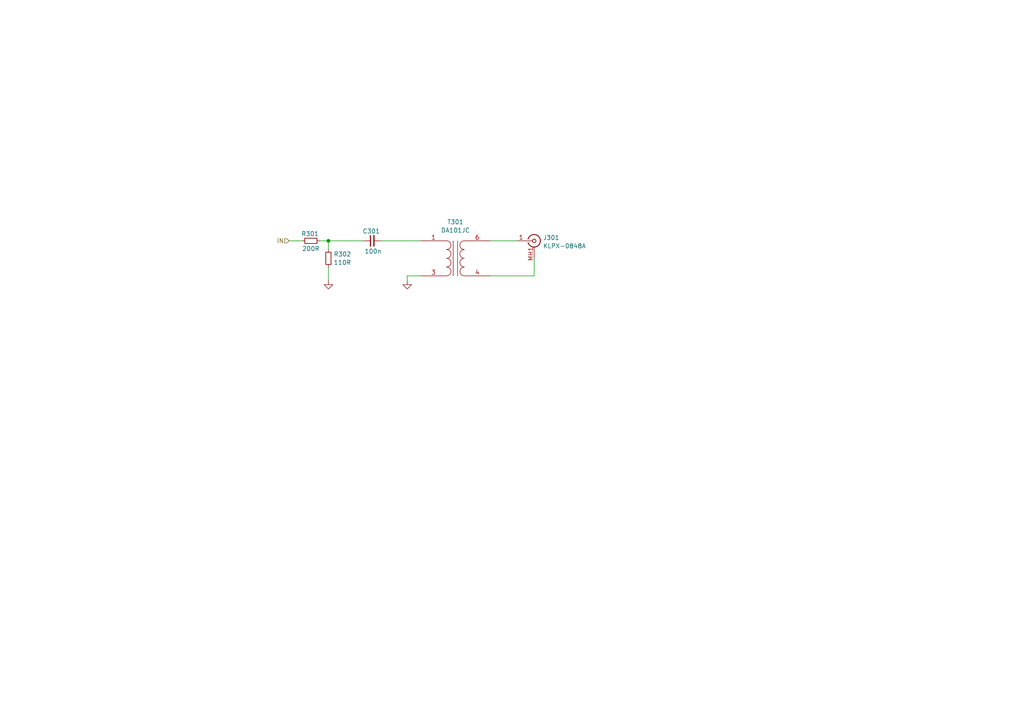
<source format=kicad_sch>
(kicad_sch (version 20231120) (generator "eeschema") (generator_version "8.0")
  (paper "A4")
  (lib_symbols
    (symbol "Connector:Conn_Coaxial" (pin_names (offset 1.016) hide)
      (property "Reference" "J301" (at 2.5401 0.919 0))
      (property "Value" "KLPX-0848A" (at 2.5401 -1.5053 0))
      (symbol "Conn_Coaxial_0_1"
        (arc (start -1.778 -0.508) (mid 0.2311 -1.8066) (end 1.778 0) (stroke (width 0.254)))
        (polyline (pts (xy -2.54 0) (xy -0.508 0)))
        (polyline (pts (xy 0 -2.54) (xy 0 -1.778)))
        (circle (center 0 0) (radius 0.508) (stroke (width 0.2032)))
        (arc (start 1.778 0) (mid 0.2099 1.8101) (end -1.778 0.508) (stroke (width 0.254)))
      )
      (symbol "Conn_Coaxial_1_1"
        (pin passive line (at -5.08 0 0) (length 2.54) (name "In") (number "1"))
        (pin passive line (at 0 -5.08 90) (length 2.54) (name "Ext") (number "MH1"))
        (pin passive line (at 0 -5.08 90) (length 2.54) hide (name "Ext") (number "MH2"))
        (pin passive line (at 0 -5.08 90) (length 2.54) hide (name "Ext") (number "MH3"))
      )
    )
    (symbol "Device:C_Small" (pin_numbers hide) (pin_names (offset 0.254) hide)
      (property "Reference" "C" (at 0.254 1.778 0))
      (property "Value" "C_Small" (at 0.254 -2.032 0))
      (symbol "C_Small_0_1"
        (polyline (pts (xy -1.524 -0.508) (xy 1.524 -0.508)) (stroke (width 0.3302)))
        (polyline (pts (xy -1.524 0.508) (xy 1.524 0.508)) (stroke (width 0.3048)))
      )
      (symbol "C_Small_1_1"
        (pin passive line (at 0 2.54 270) (length 2.032) (name "~") (number "1"))
        (pin passive line (at 0 -2.54 90) (length 2.032) (name "~") (number "2"))
      )
    )
    (symbol "Device:R_Small" (pin_numbers hide) (pin_names (offset 0.254) hide)
      (property "Reference" "R" (at 0.762 0.508 0))
      (property "Value" "R_Small" (at 0.762 -1.016 0))
      (symbol "R_Small_0_1"
        (rectangle (start -0.762 1.778) (end 0.762 -1.778) (stroke (width 0.2032)))
      )
      (symbol "R_Small_1_1"
        (pin passive line (at 0 2.54 270) (length 0.762) (name "~") (number "1"))
        (pin passive line (at 0 -2.54 90) (length 0.762) (name "~") (number "2"))
      )
    )
    (symbol "Device:Transformer_1P_1S" (pin_names (offset 1.016) hide)
      (property "Reference" "T301" (at 0 10.5523 0))
      (property "Value" "DA101JC" (at 0 8.128 0))
      (symbol "Transformer_1P_1S_0_1"
        (arc (start -2.54 -5.0546) (mid -1.6599 -4.6901) (end -1.27 -3.81))
        (arc (start -2.54 -2.5146) (mid -1.6599 -2.1501) (end -1.27 -1.27))
        (arc (start -2.54 0.0254) (mid -1.6599 0.3899) (end -1.27 1.27))
        (arc (start -2.54 2.5654) (mid -1.6599 2.9299) (end -1.27 3.81))
        (arc (start -1.27 -3.81) (mid -1.642 -2.912) (end -2.54 -2.54))
        (arc (start -1.27 -1.27) (mid -1.642 -0.372) (end -2.54 0))
        (arc (start -1.27 1.27) (mid -1.642 2.168) (end -2.54 2.54))
        (arc (start -1.27 3.81) (mid -1.642 4.708) (end -2.54 5.08))
        (polyline (pts (xy -0.635 5.08) (xy -0.635 -5.08)))
        (polyline (pts (xy 0.635 -5.08) (xy 0.635 5.08)))
        (arc (start 1.2954 -1.27) (mid 1.6599 -2.1501) (end 2.54 -2.5146))
        (arc (start 1.2954 1.27) (mid 1.6599 0.3899) (end 2.54 0.0254))
        (arc (start 1.2954 3.81) (mid 1.6599 2.9299) (end 2.54 2.5654))
        (arc (start 1.3208 -3.81) (mid 1.6853 -4.6901) (end 2.5654 -5.0546))
        (arc (start 2.54 0) (mid 1.642 -0.372) (end 1.2954 -1.27))
        (arc (start 2.54 2.54) (mid 1.642 2.168) (end 1.2954 1.27))
        (arc (start 2.54 5.08) (mid 1.642 4.708) (end 1.2954 3.81))
        (arc (start 2.5654 -2.54) (mid 1.6674 -2.912) (end 1.3208 -3.81))
      )
      (symbol "Transformer_1P_1S_1_1"
        (pin passive line (at -10.16 5.08 0) (length 7.62) (name "AA") (number "1"))
        (pin passive line (at 0 -6.35 90) (length 7.62) hide (name "AB") (number "2"))
        (pin passive line (at -10.16 -5.08 0) (length 7.62) (name "AB") (number "3"))
        (pin passive line (at 10.16 -5.08 180) (length 7.62) (name "SA") (number "4"))
        (pin passive line (at 0 -5.08 90) (length 7.62) hide (name "AB") (number "5"))
        (pin passive line (at 10.16 5.08 180) (length 7.62) (name "SB") (number "6"))
      )
    )
    (symbol "power:GND" (power) (pin_numbers hide) (pin_names (offset 0) hide)
      (property "Value" "GND" (at 0 -3.81 0))
      (symbol "GND_0_1"
        (polyline (pts (xy 0 0) (xy 0 -1.27) (xy 1.27 -1.27) (xy 0 -2.54) (xy -1.27 -1.27) (xy 0 -1.27)))
      )
      (symbol "GND_1_1"
        (pin power_in line (at 0 0 270) (length 0) (name "~") (number "1"))
      )
    )
  )
  (junction (at 95.25 69.85))
  (wire (pts (xy 95.25 69.85) (xy 92.71 69.85)))
  (wire (pts (xy 95.25 77.47) (xy 95.25 81.28)))
  (wire (pts (xy 110.49 69.85) (xy 121.92 69.85)))
  (wire (pts (xy 95.25 69.85) (xy 105.41 69.85)))
  (wire (pts (xy 95.25 72.39) (xy 95.25 69.85)))
  (wire (pts (xy 83.82 69.85) (xy 87.63 69.85)))
  (wire (pts (xy 142.24 69.85) (xy 149.86 69.85)))
  (wire (pts (xy 118.11 80.01) (xy 118.11 81.28)))
  (wire (pts (xy 154.94 80.01) (xy 154.94 74.93)))
  (wire (pts (xy 142.24 80.01) (xy 154.94 80.01)))
  (wire (pts (xy 121.92 80.01) (xy 118.11 80.01)))
  (hierarchical_label "IN" (shape input) (at 83.82 69.85 180))
  (symbol (lib_id "Device:C_Small") (at 107.95 69.85 90) (mirror x) (unit 1)
    (property "Reference" "C301" (at 107.696 67.056 90))
    (property "Value" "100n" (at 108.204 72.898 90))
    (property "Footprint" "Capacitor_SMD:C_0603_1608Metric" (effects (hide yes)))
  )
  (symbol (lib_id "Device:R_Small") (at 90.17 69.85 270) (unit 1)
    (property "Reference" "R301" (at 89.916 67.818 90))
    (property "Value" "200R" (at 90.17 72.136 90))
    (property "Footprint" "Resistor_SMD:R_0603_1608Metric" (effects (hide yes)))
  )
  (symbol (lib_id "power:GND") (at 95.25 81.28 0) (unit 1)
    (property "Reference" "#PWR0301" (effects (hide yes)))
    (property "Value" "GND" (effects (hide yes)))
  )
  (symbol (lib_id "Device:Transformer_1P_1S") (at 132.08 74.93 0) (unit 1)
    (property "Reference" "T301" (at 132.08 64.3777 0))
    (property "Value" "DA101JC" (at 132.08 66.802 0))
    (property "Footprint" "libs:SOP254P1270X635-6N" (effects (hide yes)))
    (property "Description" "Transformer, single primary, single secondary" (effects (hide yes)))
  )
  (symbol (lib_id "Connector:Conn_Coaxial") (at 154.94 69.85 0) (unit 1)
    (property "Reference" "J301" (at 157.4801 68.931 0) (effects (justify left)))
    (property "Value" "KLPX-0848A" (at 157.4801 71.3553 0) (effects (justify left)))
    (property "Footprint" "libs:936" (effects (hide yes)))
    (property "Datasheet" "https://eu.mouser.com/datasheet/2/222/KLPX-334830.pdf" (effects (hide yes)))
    (property "Description" "coaxial connector (BNC, SMA, SMB, SMC, Cinch/RCA, LEMO, ...)" (effects (hide yes)))
  )
  (symbol (lib_id "Device:R_Small") (at 95.25 74.93 180) (unit 1)
    (property "Reference" "R302" (at 96.7486 73.7178 0) (effects (justify right)))
    (property "Value" "110R" (at 96.7486 76.1421 0) (effects (justify right)))
    (property "Footprint" "Resistor_SMD:R_0603_1608Metric" (effects (hide yes)))
  )
  (symbol (lib_id "power:GND") (at 118.11 81.28 0) (unit 1)
    (property "Reference" "#PWR0302" (effects (hide yes)))
    (property "Value" "GND" (effects (hide yes)))
  )
)
</source>
